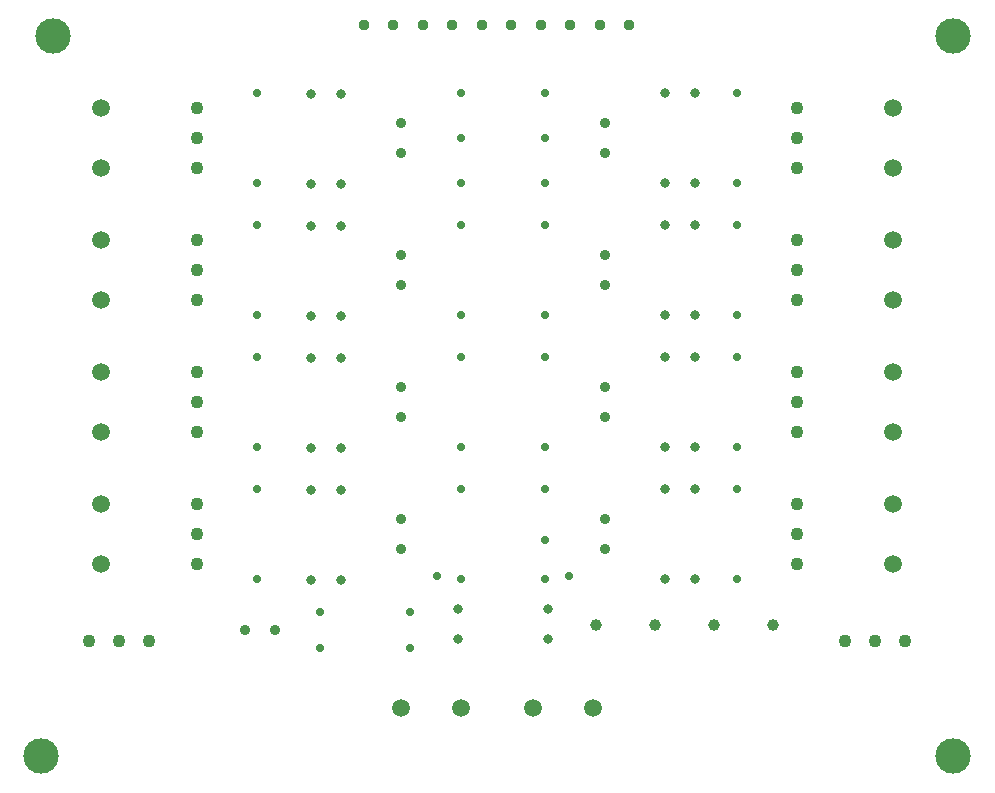
<source format=gbr>
%TF.GenerationSoftware,KiCad,Pcbnew,8.0.6*%
%TF.CreationDate,2024-12-14T18:39:09+02:00*%
%TF.ProjectId,Power_PCB,506f7765-725f-4504-9342-2e6b69636164,rev?*%
%TF.SameCoordinates,Original*%
%TF.FileFunction,Plated,1,2,PTH,Drill*%
%TF.FilePolarity,Positive*%
%FSLAX46Y46*%
G04 Gerber Fmt 4.6, Leading zero omitted, Abs format (unit mm)*
G04 Created by KiCad (PCBNEW 8.0.6) date 2024-12-14 18:39:09*
%MOMM*%
%LPD*%
G01*
G04 APERTURE LIST*
%TA.AperFunction,ViaDrill*%
%ADD10C,0.700000*%
%TD*%
%TA.AperFunction,ComponentDrill*%
%ADD11C,0.700000*%
%TD*%
%TA.AperFunction,ComponentDrill*%
%ADD12C,0.800000*%
%TD*%
%TA.AperFunction,ComponentDrill*%
%ADD13C,0.900000*%
%TD*%
%TA.AperFunction,ComponentDrill*%
%ADD14C,0.950000*%
%TD*%
%TA.AperFunction,ComponentDrill*%
%ADD15C,1.000000*%
%TD*%
%TA.AperFunction,ComponentDrill*%
%ADD16C,1.100000*%
%TD*%
%TA.AperFunction,ComponentDrill*%
%ADD17C,1.520000*%
%TD*%
%TA.AperFunction,ViaDrill*%
%ADD18C,3.000000*%
%TD*%
G04 APERTURE END LIST*
D10*
X91188000Y-90436000D03*
X93220000Y-53352000D03*
X100332000Y-53352000D03*
X100332000Y-87388000D03*
X102364000Y-90436000D03*
D11*
%TO.C,1K*%
X75948000Y-49542000D03*
X75948000Y-57162000D03*
X75948000Y-60718000D03*
X75948000Y-68338000D03*
X75948000Y-71894000D03*
X75948000Y-79514000D03*
X75948000Y-83070000D03*
X75948000Y-90690000D03*
X81282000Y-93484000D03*
%TO.C,330*%
X81282000Y-96532000D03*
%TO.C,1K*%
X88902000Y-93484000D03*
%TO.C,330*%
X88902000Y-96532000D03*
X93220000Y-49542000D03*
X93220000Y-57162000D03*
X93220000Y-60718000D03*
X93220000Y-68338000D03*
X93220000Y-71894000D03*
X93220000Y-79514000D03*
X93220000Y-83070000D03*
X93220000Y-90690000D03*
X100332000Y-49542000D03*
X100332000Y-57162000D03*
X100332000Y-60718000D03*
X100332000Y-68338000D03*
X100332000Y-71894000D03*
X100332000Y-79514000D03*
X100332000Y-83070000D03*
X100332000Y-90690000D03*
%TO.C,1K*%
X116588000Y-49542000D03*
X116588000Y-57162000D03*
X116588000Y-60718000D03*
X116588000Y-68338000D03*
X116588000Y-71894000D03*
X116588000Y-79514000D03*
X116588000Y-83070000D03*
X116588000Y-90690000D03*
D12*
%TO.C,U10*%
X80520000Y-49552000D03*
X80520000Y-57172000D03*
%TO.C,U7*%
X80520000Y-60728000D03*
X80520000Y-68348000D03*
%TO.C,U3*%
X80520000Y-71904000D03*
X80520000Y-79524000D03*
%TO.C,U9*%
X80520000Y-83080000D03*
X80520000Y-90700000D03*
%TO.C,U10*%
X83060000Y-49552000D03*
X83060000Y-57172000D03*
%TO.C,U7*%
X83060000Y-60728000D03*
X83060000Y-68348000D03*
%TO.C,U3*%
X83060000Y-71904000D03*
X83060000Y-79524000D03*
%TO.C,U9*%
X83060000Y-83080000D03*
X83060000Y-90700000D03*
%TO.C,U6*%
X92956000Y-93235000D03*
X92956000Y-95775000D03*
X100576000Y-93235000D03*
X100576000Y-95775000D03*
%TO.C,U2*%
X110492000Y-49532000D03*
X110492000Y-57152000D03*
%TO.C,U8*%
X110492000Y-60708000D03*
X110492000Y-68328000D03*
%TO.C,U5*%
X110492000Y-71884000D03*
X110492000Y-79504000D03*
%TO.C,U1*%
X110492000Y-83060000D03*
X110492000Y-90680000D03*
%TO.C,U2*%
X113032000Y-49532000D03*
X113032000Y-57152000D03*
%TO.C,U8*%
X113032000Y-60708000D03*
X113032000Y-68328000D03*
%TO.C,U5*%
X113032000Y-71884000D03*
X113032000Y-79504000D03*
%TO.C,U1*%
X113032000Y-83060000D03*
X113032000Y-90680000D03*
D13*
%TO.C,D6*%
X74932000Y-95008000D03*
X77472000Y-95008000D03*
%TO.C,D10*%
X88140000Y-52087000D03*
X88140000Y-54627000D03*
%TO.C,D7*%
X88140000Y-63263000D03*
X88140000Y-65803000D03*
%TO.C,D4*%
X88140000Y-74439000D03*
X88140000Y-76979000D03*
%TO.C,D9*%
X88140000Y-85615000D03*
X88140000Y-88155000D03*
%TO.C,D3*%
X105412000Y-52077000D03*
X105412000Y-54617000D03*
%TO.C,D8*%
X105412000Y-63253000D03*
X105412000Y-65793000D03*
%TO.C,D5*%
X105412000Y-74429000D03*
X105412000Y-76969000D03*
%TO.C,D2*%
X105412000Y-85605000D03*
X105412000Y-88145000D03*
D14*
%TO.C,From_Control*%
X84944000Y-43772000D03*
X87444000Y-43772000D03*
X89944000Y-43772000D03*
X92444000Y-43772000D03*
X94944000Y-43772000D03*
X97444000Y-43772000D03*
X99944000Y-43772000D03*
X102444000Y-43772000D03*
X104944000Y-43772000D03*
X107444000Y-43772000D03*
D15*
%TO.C,D1*%
X104636000Y-94517500D03*
X109636000Y-94517500D03*
X114636000Y-94517500D03*
X119636000Y-94517500D03*
D16*
%TO.C,Q5*%
X61724000Y-95882500D03*
X64264000Y-95882500D03*
X66804000Y-95882500D03*
%TO.C,Q9*%
X70868000Y-50812000D03*
X70868000Y-53352000D03*
X70868000Y-55892000D03*
%TO.C,Q6*%
X70868000Y-61988000D03*
X70868000Y-64528000D03*
X70868000Y-67068000D03*
%TO.C,Q3*%
X70868000Y-73164000D03*
X70868000Y-75704000D03*
X70868000Y-78244000D03*
%TO.C,Q8*%
X70868000Y-84340000D03*
X70868000Y-86880000D03*
X70868000Y-89420000D03*
%TO.C,Q2*%
X121668000Y-50812000D03*
X121668000Y-53352000D03*
X121668000Y-55892000D03*
%TO.C,Q7*%
X121668000Y-61988000D03*
X121668000Y-64528000D03*
X121668000Y-67068000D03*
%TO.C,Q4*%
X121668000Y-73164000D03*
X121668000Y-75704000D03*
X121668000Y-78244000D03*
%TO.C,Q1*%
X121668000Y-84340000D03*
X121668000Y-86880000D03*
X121668000Y-89420000D03*
%TO.C,U4*%
X125732000Y-95882500D03*
X128272000Y-95882500D03*
X130812000Y-95882500D03*
D17*
%TO.C,Extra4*%
X62740000Y-50812000D03*
X62740000Y-55892000D03*
%TO.C,Extra3*%
X62740000Y-61988000D03*
X62740000Y-67068000D03*
%TO.C,Extra2*%
X62740000Y-73164000D03*
X62740000Y-78244000D03*
%TO.C,Extra1*%
X62740000Y-84340000D03*
X62740000Y-89420000D03*
%TO.C,Alarm*%
X88140000Y-101612000D03*
X93220000Y-101612000D03*
%TO.C,Power*%
X99316000Y-101612000D03*
X104396000Y-101612000D03*
%TO.C,Mag4*%
X129796000Y-50812000D03*
X129796000Y-55892000D03*
%TO.C,Mag3*%
X129796000Y-61988000D03*
X129796000Y-67068000D03*
%TO.C,Mag2*%
X129796000Y-73164000D03*
X129796000Y-78244000D03*
%TO.C,Mag1*%
X129796000Y-84340000D03*
X129796000Y-89420000D03*
%TD*%
D18*
X57660000Y-105676000D03*
X58676000Y-44716000D03*
X134876000Y-44716000D03*
X134876000Y-105676000D03*
M02*

</source>
